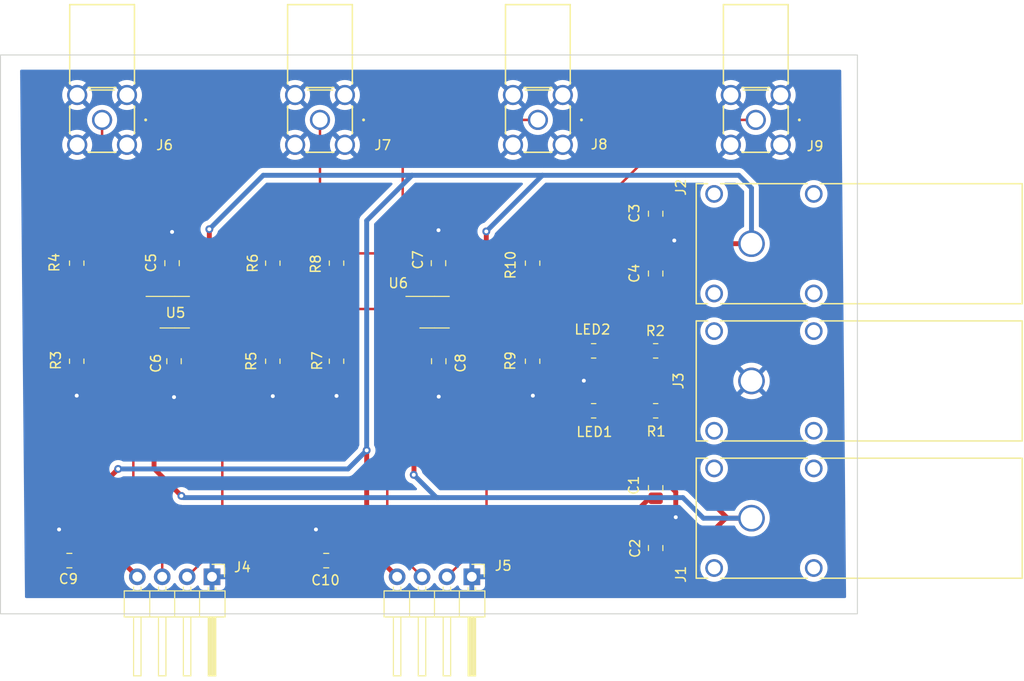
<source format=kicad_pcb>
(kicad_pcb (version 20221018) (generator pcbnew)
  (layers (0 "F.Cu" signal) (31 "B.Cu" signal) (34 "B.Paste" user) (35 "F.Paste" user) (36 "B.SilkS" user "B.Silkscreen") (37 "F.SilkS" user "F.Silkscreen") (38 "B.Mask" user) (39 "F.Mask" user) (44 "Edge.Cuts" user))
  (net 0 "")
  (net 1 "/V-")
  (net 2 "GND")
  (net 3 "/V+")
  (net 4 "1I")
  (net 5 "2I")
  (net 6 "Net-(LED1-K)")
  (net 7 "Net-(LED2-A)")
  (net 8 "Net-(U5A--)")
  (net 9 "SMA1I")
  (net 10 "Net-(U5B--)")
  (net 11 "SMA1Q")
  (net 12 "Net-(U6A--)")
  (net 13 "SMA2I")
  (net 14 "Net-(U6B--)")
  (net 15 "SMA2Q")
  (net 16 "1Q")
  (net 17 "2Q")
  (footprint "Capacitor_SMD:C_0805_2012Metric_Pad1.18x1.45mm_HandSolder" (layer "F.Cu") (at 94.7 81.2375 -90)
    (fp_text reference "C8" (at 0.1875 -2.225 90) (layer "F.SilkS"))
    (fp_text value "0.1uF")
    (pad "1" smd roundrect (at -1.0375 0 270) (size 1.175 1.45) (layers "F.Cu" "F.Paste" "F.Mask") (roundrect_rratio 0.212766) (net 1 "/V-"))
    (pad "2" smd roundrect (at 1.0375 0 270) (size 1.175 1.45) (layers "F.Cu" "F.Paste" "F.Mask") (roundrect_rratio 0.212766) (net 2 "GND"))
  )
  (footprint "0731000115:COAX4GND_731000115_MOL" (layer "F.Cu") (at 60.3625 56.625)
    (fp_text reference "J6" (at 6.375 2.575 unlocked) (layer "F.SilkS"))
    (fp_text value "CONSMA002")
    (pad "1" thru_hole circle (at 0 0) (size 2.0574 2.0574) (drill 1.5494) (layers "*.Cu" "*.Mask") (net 11 "SMA1Q"))
    (pad "2" thru_hole circle (at -2.54 -2.54) (size 2.0574 2.0574) (drill 1.5494) (layers "*.Cu" "*.Mask") (net 2 "GND"))
    (pad "3" thru_hole circle (at -2.54 2.54) (size 2.0574 2.0574) (drill 1.5494) (layers "*.Cu" "*.Mask") (net 2 "GND"))
    (pad "4" thru_hole circle (at 2.54 2.54) (size 2.0574 2.0574) (drill 1.5494) (layers "*.Cu" "*.Mask") (net 2 "GND"))
    (pad "5" thru_hole circle (at 2.54 -2.54) (size 2.0574 2.0574) (drill 1.5494) (layers "*.Cu" "*.Mask") (net 2 "GND"))
  )
  (footprint "Package_SO:MSOP-8_3x3mm_P0.65mm" (layer "F.Cu") (at 67.775 76.2375)
    (fp_text reference "U5" (at 0.075 0.065) (layer "F.SilkS"))
    (fp_text value "ADA4807-2ARM")
    (pad "1" smd roundrect (at -2.1125 -0.975) (size 1.625 0.4) (layers "F.Cu" "F.Paste" "F.Mask") (net 11 "SMA1Q"))
    (pad "2" smd roundrect (at -2.1125 -0.325) (size 1.625 0.4) (layers "F.Cu" "F.Paste" "F.Mask") (net 8 "Net-(U5A--)"))
    (pad "3" smd roundrect (at -2.1125 0.325) (size 1.625 0.4) (layers "F.Cu" "F.Paste" "F.Mask") (net 16 "1Q"))
    (pad "4" smd roundrect (at -2.1125 0.975) (size 1.625 0.4) (layers "F.Cu" "F.Paste" "F.Mask") (net 1 "/V-"))
    (pad "5" smd roundrect (at 2.1125 0.975) (size 1.625 0.4) (layers "F.Cu" "F.Paste" "F.Mask") (net 4 "1I"))
    (pad "6" smd roundrect (at 2.1125 0.325) (size 1.625 0.4) (layers "F.Cu" "F.Paste" "F.Mask") (net 10 "Net-(U5B--)"))
    (pad "7" smd roundrect (at 2.1125 -0.325) (size 1.625 0.4) (layers "F.Cu" "F.Paste" "F.Mask") (net 9 "SMA1I"))
    (pad "8" smd roundrect (at 2.1125 -0.975) (size 1.625 0.4) (layers "F.Cu" "F.Paste" "F.Mask") (net 3 "/V+"))
  )
  (footprint "Capacitor_SMD:C_0805_2012Metric_Pad1.18x1.45mm_HandSolder" (layer "F.Cu") (at 116.825 72.29375 90)
    (fp_text reference "C4" (at 0.01875 -2.175 90) (layer "F.SilkS"))
    (fp_text value "10uF")
    (pad "1" smd roundrect (at -1.0375 0 90) (size 1.175 1.45) (layers "F.Cu" "F.Paste" "F.Mask") (roundrect_rratio 0.212766) (net 3 "/V+"))
    (pad "2" smd roundrect (at 1.0375 0 90) (size 1.175 1.45) (layers "F.Cu" "F.Paste" "F.Mask") (roundrect_rratio 0.212766) (net 2 "GND"))
  )
  (footprint "Capacitor_SMD:C_0805_2012Metric_Pad1.18x1.45mm_HandSolder" (layer "F.Cu") (at 67.7 81.2375 -90)
    (fp_text reference "C6" (at 0.2125 1.85 90) (layer "F.SilkS"))
    (fp_text value "0.1uF")
    (pad "1" smd roundrect (at -1.0375 0 270) (size 1.175 1.45) (layers "F.Cu" "F.Paste" "F.Mask") (roundrect_rratio 0.212766) (net 1 "/V-"))
    (pad "2" smd roundrect (at 1.0375 0 270) (size 1.175 1.45) (layers "F.Cu" "F.Paste" "F.Mask") (roundrect_rratio 0.212766) (net 2 "GND"))
  )
  (footprint "Capacitor_SMD:C_0805_2012Metric_Pad1.18x1.45mm_HandSolder" (layer "F.Cu") (at 94.675 71.2375 90)
    (fp_text reference "C7" (at 0.3375 -2.1 90) (layer "F.SilkS"))
    (fp_text value "0.1uF")
    (pad "1" smd roundrect (at -1.0375 0 90) (size 1.175 1.45) (layers "F.Cu" "F.Paste" "F.Mask") (roundrect_rratio 0.212766) (net 3 "/V+"))
    (pad "2" smd roundrect (at 1.0375 0 90) (size 1.175 1.45) (layers "F.Cu" "F.Paste" "F.Mask") (roundrect_rratio 0.212766) (net 2 "GND"))
  )
  (footprint "Capacitor_SMD:C_0805_2012Metric_Pad1.18x1.45mm_HandSolder" (layer "F.Cu") (at 83.225 101.575 180)
    (fp_text reference "C10" (at 0.075 -2) (layer "F.SilkS"))
    (fp_text value "0.1uF")
    (pad "1" smd roundrect (at -1.0375 0 180) (size 1.175 1.45) (layers "F.Cu" "F.Paste" "F.Mask") (roundrect_rratio 0.212766) (net 3 "/V+"))
    (pad "2" smd roundrect (at 1.0375 0 180) (size 1.175 1.45) (layers "F.Cu" "F.Paste" "F.Mask") (roundrect_rratio 0.212766) (net 2 "GND"))
  )
  (footprint "Package_SO:MSOP-8_3x3mm_P0.65mm" (layer "F.Cu") (at 94.275 76.2375)
    (fp_text reference "U6" (at -3.7 -2.9625) (layer "F.SilkS"))
    (fp_text value "ADA4807-2ARM")
    (pad "1" smd roundrect (at -2.1125 -0.975) (size 1.625 0.4) (layers "F.Cu" "F.Paste" "F.Mask") (net 15 "SMA2Q"))
    (pad "2" smd roundrect (at -2.1125 -0.325) (size 1.625 0.4) (layers "F.Cu" "F.Paste" "F.Mask") (net 12 "Net-(U6A--)"))
    (pad "3" smd roundrect (at -2.1125 0.325) (size 1.625 0.4) (layers "F.Cu" "F.Paste" "F.Mask") (net 17 "2Q"))
    (pad "4" smd roundrect (at -2.1125 0.975) (size 1.625 0.4) (layers "F.Cu" "F.Paste" "F.Mask") (net 1 "/V-"))
    (pad "5" smd roundrect (at 2.1125 0.975) (size 1.625 0.4) (layers "F.Cu" "F.Paste" "F.Mask") (net 5 "2I"))
    (pad "6" smd roundrect (at 2.1125 0.325) (size 1.625 0.4) (layers "F.Cu" "F.Paste" "F.Mask") (net 14 "Net-(U6B--)"))
    (pad "7" smd roundrect (at 2.1125 -0.325) (size 1.625 0.4) (layers "F.Cu" "F.Paste" "F.Mask") (net 13 "SMA2I"))
    (pad "8" smd roundrect (at 2.1125 -0.975) (size 1.625 0.4) (layers "F.Cu" "F.Paste" "F.Mask") (net 3 "/V+"))
  )
  (footprint "Resistor_SMD:R_0805_2012Metric_Pad1.20x1.40mm_HandSolder" (layer "F.Cu") (at 116.825 80.18125 180)
    (fp_text reference "R2" (at 0.025 2.03125) (layer "F.SilkS"))
    (fp_text value "R")
    (pad "1" smd roundrect (at -1 0 180) (size 1.2 1.4) (layers "F.Cu" "F.Paste" "F.Mask") (roundrect_rratio 0.208333) (net 3 "/V+"))
    (pad "2" smd roundrect (at 1 0 180) (size 1.2 1.4) (layers "F.Cu" "F.Paste" "F.Mask") (roundrect_rratio 0.208333) (net 7 "Net-(LED2-A)"))
  )
  (footprint "73099:CONN_73099-0_POM" (layer "F.Cu") (at 126.6 69.25 90)
    (fp_text reference "J2" (at 5.75 -7.2 90 unlocked) (layer "F.SilkS"))
    (fp_text value "73099-0")
    (pad "1" thru_hole circle (at 0 0 90) (size 2.7178 2.7178) (drill 2.2098) (layers "*.Cu" "*.Mask") (net 3 "/V+"))
    (pad "2" thru_hole circle (at -5.08 -3.81 90) (size 1.8034 1.8034) (drill 1.2954) (layers "*.Cu" "*.Mask"))
    (pad "3" thru_hole circle (at 5.08 -3.81 90) (size 1.8034 1.8034) (drill 1.2954) (layers "*.Cu" "*.Mask"))
    (pad "4" thru_hole circle (at -5.08 6.35 90) (size 1.8034 1.8034) (drill 1.2954) (layers "*.Cu" "*.Mask"))
    (pad "5" thru_hole circle (at 5.08 6.35 90) (size 1.8034 1.8034) (drill 1.2954) (layers "*.Cu" "*.Mask"))
  )
  (footprint "Resistor_SMD:R_0805_2012Metric_Pad1.20x1.40mm_HandSolder" (layer "F.Cu") (at 110.5 86.29375 180)
    (fp_text reference "LED1" (at -0.075 -2.15625) (layer "F.SilkS"))
    (fp_text value "D")
    (pad "1" smd roundrect (at -1 0 180) (size 1.2 1.4) (layers "F.Cu" "F.Paste" "F.Mask") (roundrect_rratio 0.208333) (net 6 "Net-(LED1-K)"))
    (pad "2" smd roundrect (at 1 0 180) (size 1.2 1.4) (layers "F.Cu" "F.Paste" "F.Mask") (roundrect_rratio 0.208333) (net 2 "GND"))
  )
  (footprint "Capacitor_SMD:C_0805_2012Metric_Pad1.18x1.45mm_HandSolder" (layer "F.Cu") (at 67.5 71.2375 90)
    (fp_text reference "C5" (at 0.0375 -2.15 90) (layer "F.SilkS"))
    (fp_text value "0.1uF")
    (pad "1" smd roundrect (at -1.0375 0 90) (size 1.175 1.45) (layers "F.Cu" "F.Paste" "F.Mask") (roundrect_rratio 0.212766) (net 3 "/V+"))
    (pad "2" smd roundrect (at 1.0375 0 90) (size 1.175 1.45) (layers "F.Cu" "F.Paste" "F.Mask") (roundrect_rratio 0.212766) (net 2 "GND"))
  )
  (footprint "Capacitor_SMD:C_0805_2012Metric_Pad1.18x1.45mm_HandSolder" (layer "F.Cu") (at 116.825 94.18125 90)
    (fp_text reference "C1" (at 0.28125 -2.225 90) (layer "F.SilkS"))
    (fp_text value "0.1uF")
    (pad "1" smd roundrect (at -1.0375 0 90) (size 1.175 1.45) (layers "F.Cu" "F.Paste" "F.Mask") (roundrect_rratio 0.212766) (net 1 "/V-"))
    (pad "2" smd roundrect (at 1.0375 0 90) (size 1.175 1.45) (layers "F.Cu" "F.Paste" "F.Mask") (roundrect_rratio 0.212766) (net 2 "GND"))
  )
  (footprint "Capacitor_SMD:C_0805_2012Metric_Pad1.18x1.45mm_HandSolder" (layer "F.Cu") (at 116.825 100.29375 90)
    (fp_text reference "C2" (at -0.03125 -2.1 90) (layer "F.SilkS"))
    (fp_text value "10uF")
    (pad "1" smd roundrect (at -1.0375 0 90) (size 1.175 1.45) (layers "F.Cu" "F.Paste" "F.Mask") (roundrect_rratio 0.212766) (net 1 "/V-"))
    (pad "2" smd roundrect (at 1.0375 0 90) (size 1.175 1.45) (layers "F.Cu" "F.Paste" "F.Mask") (roundrect_rratio 0.212766) (net 2 "GND"))
  )
  (footprint "Resistor_SMD:R_0805_2012Metric_Pad1.20x1.40mm_HandSolder" (layer "F.Cu") (at 57.775 81.2375 90)
    (fp_text reference "R3" (at 0.0875 -2.125 90) (layer "F.SilkS"))
    (fp_text value "1k")
    (pad "1" smd roundrect (at -1 0 90) (size 1.2 1.4) (layers "F.Cu" "F.Paste" "F.Mask") (roundrect_rratio 0.208333) (net 2 "GND"))
    (pad "2" smd roundrect (at 1 0 90) (size 1.2 1.4) (layers "F.Cu" "F.Paste" "F.Mask") (roundrect_rratio 0.208333) (net 8 "Net-(U5A--)"))
  )
  (footprint "Resistor_SMD:R_0805_2012Metric_Pad1.20x1.40mm_HandSolder" (layer "F.Cu") (at 110.5 80.18125)
    (fp_text reference "LED2" (at -0.125 -2.18125) (layer "F.SilkS"))
    (fp_text value "D")
    (pad "1" smd roundrect (at -1 0) (size 1.2 1.4) (layers "F.Cu" "F.Paste" "F.Mask") (roundrect_rratio 0.208333) (net 2 "GND"))
    (pad "2" smd roundrect (at 1 0) (size 1.2 1.4) (layers "F.Cu" "F.Paste" "F.Mask") (roundrect_rratio 0.208333) (net 7 "Net-(LED2-A)"))
  )
  (footprint "Resistor_SMD:R_0805_2012Metric_Pad1.20x1.40mm_HandSolder" (layer "F.Cu") (at 104.275 81.2375 90)
    (fp_text reference "R9" (at 0.0375 -2.275 90) (layer "F.SilkS"))
    (fp_text value "1k")
    (pad "1" smd roundrect (at -1 0 90) (size 1.2 1.4) (layers "F.Cu" "F.Paste" "F.Mask") (roundrect_rratio 0.208333) (net 2 "GND"))
    (pad "2" smd roundrect (at 1 0 90) (size 1.2 1.4) (layers "F.Cu" "F.Paste" "F.Mask") (roundrect_rratio 0.208333) (net 14 "Net-(U6B--)"))
  )
  (footprint "Resistor_SMD:R_0805_2012Metric_Pad1.20x1.40mm_HandSolder" (layer "F.Cu") (at 84.275 71.2375 90)
    (fp_text reference "R8" (at -0.0875 -2.125 90) (layer "F.SilkS"))
    (fp_text value "10k")
    (pad "1" smd roundrect (at -1 0 90) (size 1.2 1.4) (layers "F.Cu" "F.Paste" "F.Mask") (roundrect_rratio 0.208333) (net 12 "Net-(U6A--)"))
    (pad "2" smd roundrect (at 1 0 90) (size 1.2 1.4) (layers "F.Cu" "F.Paste" "F.Mask") (roundrect_rratio 0.208333) (net 15 "SMA2Q"))
  )
  (footprint "Resistor_SMD:R_0805_2012Metric_Pad1.20x1.40mm_HandSolder" (layer "F.Cu") (at 104.275 71.2375 90)
    (fp_text reference "R10" (at -0.1875 -2.25 270) (layer "F.SilkS"))
    (fp_text value "10k")
    (pad "1" smd roundrect (at -1 0 90) (size 1.2 1.4) (layers "F.Cu" "F.Paste" "F.Mask") (roundrect_rratio 0.208333) (net 14 "Net-(U6B--)"))
    (pad "2" smd roundrect (at 1 0 90) (size 1.2 1.4) (layers "F.Cu" "F.Paste" "F.Mask") (roundrect_rratio 0.208333) (net 13 "SMA2I"))
  )
  (footprint "Resistor_SMD:R_0805_2012Metric_Pad1.20x1.40mm_HandSolder" (layer "F.Cu") (at 77.775 81.2375 90)
    (fp_text reference "R5" (at 0 -2.2 90) (layer "F.SilkS"))
    (fp_text value "1k")
    (pad "1" smd roundrect (at -1 0 90) (size 1.2 1.4) (layers "F.Cu" "F.Paste" "F.Mask") (roundrect_rratio 0.208333) (net 2 "GND"))
    (pad "2" smd roundrect (at 1 0 90) (size 1.2 1.4) (layers "F.Cu" "F.Paste" "F.Mask") (roundrect_rratio 0.208333) (net 10 "Net-(U5B--)"))
  )
  (footprint "0731000115:COAX4GND_731000115_MOL" (layer "F.Cu") (at 127.0375 56.625)
    (fp_text reference "J9" (at 6.05 2.675 unlocked) (layer "F.SilkS"))
    (fp_text value "CONSMA002")
    (pad "1" thru_hole circle (at 0 0) (size 2.0574 2.0574) (drill 1.5494) (layers "*.Cu" "*.Mask") (net 13 "SMA2I"))
    (pad "2" thru_hole circle (at -2.54 -2.54) (size 2.0574 2.0574) (drill 1.5494) (layers "*.Cu" "*.Mask") (net 2 "GND"))
    (pad "3" thru_hole circle (at -2.54 2.54) (size 2.0574 2.0574) (drill 1.5494) (layers "*.Cu" "*.Mask") (net 2 "GND"))
    (pad "4" thru_hole circle (at 2.54 2.54) (size 2.0574 2.0574) (drill 1.5494) (layers "*.Cu" "*.Mask") (net 2 "GND"))
    (pad "5" thru_hole circle (at 2.54 -2.54) (size 2.0574 2.0574) (drill 1.5494) (layers "*.Cu" "*.Mask") (net 2 "GND"))
  )
  (footprint "Resistor_SMD:R_0805_2012Metric_Pad1.20x1.40mm_HandSolder" (layer "F.Cu") (at 84.275 81.2375 90)
    (fp_text reference "R7" (at 0.0375 -1.975 90) (layer "F.SilkS"))
    (fp_text value "1k")
    (pad "1" smd roundrect (at -1 0 90) (size 1.2 1.4) (layers "F.Cu" "F.Paste" "F.Mask") (roundrect_rratio 0.208333) (net 2 "GND"))
    (pad "2" smd roundrect (at 1 0 90) (size 1.2 1.4) (layers "F.Cu" "F.Paste" "F.Mask") (roundrect_rratio 0.208333) (net 12 "Net-(U6A--)"))
  )
  (footprint "Capacitor_SMD:C_0805_2012Metric_Pad1.18x1.45mm_HandSolder" (layer "F.Cu") (at 116.825 66.19375 90)
    (fp_text reference "C3" (at 0.04375 -2.175 90) (layer "F.SilkS"))
    (fp_text value "0.1uF")
    (pad "1" smd roundrect (at -1.0375 0 90) (size 1.175 1.45) (layers "F.Cu" "F.Paste" "F.Mask") (roundrect_rratio 0.212766) (net 3 "/V+"))
    (pad "2" smd roundrect (at 1.0375 0 90) (size 1.175 1.45) (layers "F.Cu" "F.Paste" "F.Mask") (roundrect_rratio 0.212766) (net 2 "GND"))
  )
  (footprint "Connector_PinHeader_2.54mm:PinHeader_1x04_P2.54mm_Horizontal" (layer "F.Cu") (at 71.575 103.225 -90)
    (fp_text reference "J4" (at -0.975 -3.1 -180) (layer "F.SilkS"))
    (fp_text value "Conn_01x04_Pin")
    (pad "1" thru_hole rect (at 0 0 270) (size 1.7 1.7) (drill 1) (layers "*.Cu" "*.Mask") (net 2 "GND"))
    (pad "2" thru_hole oval (at 0 2.54 270) (size 1.7 1.7) (drill 1) (layers "*.Cu" "*.Mask") (net 4 "1I"))
    (pad "3" thru_hole oval (at 0 5.08 270) (size 1.7 1.7) (drill 1) (layers "*.Cu" "*.Mask") (net 16 "1Q"))
    (pad "4" thru_hole oval (at 0 7.62 270) (size 1.7 1.7) (drill 1) (layers "*.Cu" "*.Mask") (net 3 "/V+"))
  )
  (footprint "Resistor_SMD:R_0805_2012Metric_Pad1.20x1.40mm_HandSolder" (layer "F.Cu") (at 57.775 71.2375 90)
    (fp_text reference "R4" (at 0.0625 -2.275 90) (layer "F.SilkS"))
    (fp_text value "10k")
    (pad "1" smd roundrect (at -1 0 90) (size 1.2 1.4) (layers "F.Cu" "F.Paste" "F.Mask") (roundrect_rratio 0.208333) (net 8 "Net-(U5A--)"))
    (pad "2" smd roundrect (at 1 0 90) (size 1.2 1.4) (layers "F.Cu" "F.Paste" "F.Mask") (roundrect_rratio 0.208333) (net 11 "SMA1Q"))
  )
  (footprint "73099:CONN_73099-0_POM" (layer "F.Cu") (at 126.6 83.25 90)
    (fp_text reference "J3" (at 0 -7.45 90 unlocked) (layer "F.SilkS"))
    (fp_text value "73099-0")
    (pad "1" thru_hole circle (at 0 0 90) (size 2.7178 2.7178) (drill 2.2098) (layers "*.Cu" "*.Mask") (net 2 "GND"))
    (pad "2" thru_hole circle (at -5.08 -3.81 90) (size 1.8034 1.8034) (drill 1.2954) (layers "*.Cu" "*.Mask"))
    (pad "3" thru_hole circle (at 5.08 -3.81 90) (size 1.8034 1.8034) (drill 1.2954) (layers "*.Cu" "*.Mask"))
    (pad "4" thru_hole circle (at -5.08 6.35 90) (size 1.8034 1.8034) (drill 1.2954) (layers "*.Cu" "*.Mask"))
    (pad "5" thru_hole circle (at 5.08 6.35 90) (size 1.8034 1.8034) (drill 1.2954) (layers "*.Cu" "*.Mask"))
  )
  (footprint "73099:CONN_73099-0_POM" (layer "F.Cu") (at 126.6 97.25 90)
    (fp_text reference "J1" (at -5.725 -7.2 90 unlocked) (layer "F.SilkS"))
    (fp_text value "73099-0")
    (pad "1" thru_hole circle (at 0 0 90) (size 2.7178 2.7178) (drill 2.2098) (layers "*.Cu" "*.Mask") (net 1 "/V-"))
    (pad "2" thru_hole circle (at -5.08 -3.81 90) (size 1.8034 1.8034) (drill 1.2954) (layers "*.Cu" "*.Mask"))
    (pad "3" thru_hole circle (at 5.08 -3.81 90) (size 1.8034 1.8034) (drill 1.2954) (layers "*.Cu" "*.Mask"))
    (pad "4" thru_hole circle (at -5.08 6.35 90) (size 1.8034 1.8034) (drill 1.2954) (layers "*.Cu" "*.Mask"))
    (pad "5" thru_hole circle (at 5.08 6.35 90) (size 1.8034 1.8034) (drill 1.2954) (layers "*.Cu" "*.Mask"))
  )
  (footprint "0731000115:COAX4GND_731000115_MOL" (layer "F.Cu") (at 104.8125 56.625)
    (fp_text reference "J8" (at 6.25 2.5 unlocked) (layer "F.SilkS"))
    (fp_text value "CONSMA002")
    (pad "1" thru_hole circle (at 0 0) (size 2.0574 2.0574) (drill 1.5494) (layers "*.Cu" "*.Mask") (net 15 "SMA2Q"))
    (pad "2" thru_hole circle (at -2.54 -2.54) (size 2.0574 2.0574) (drill 1.5494) (layers "*.Cu" "*.Mask") (net 2 "GND"))
    (pad "3" thru_hole circle (at -2.54 2.54) (size 2.0574 2.0574) (drill 1.5494) (layers "*.Cu" "*.Mask") (net 2 "GND"))
    (pad "4" thru_hole circle (at 2.54 2.54) (size 2.0574 2.0574) (drill 1.5494) (layers "*.Cu" "*.Mask") (net 2 "GND"))
    (pad "5" thru_hole circle (at 2.54 -2.54) (size 2.0574 2.0574) (drill 1.5494) (layers "*.Cu" "*.Mask") (net 2 "GND"))
  )
  (footprint "Resistor_SMD:R_0805_2012Metric_Pad1.20x1.40mm_HandSolder" (layer "F.Cu") (at 77.775 71.2375 90)
    (fp_text reference "R6" (at 0 -2.05 90) (layer "F.SilkS"))
    (fp_text value "10k")
    (pad "1" smd roundrect (at -1 0 90) (size 1.2 1.4) (layers "F.Cu" "F.Paste" "F.Mask") (roundrect_rratio 0.208333) (net 10 "Net-(U5B--)"))
    (pad "2" smd roundrect (at 1 0 90) (size 1.2 1.4) (layers "F.Cu" "F.Paste" "F.Mask") (roundrect_rratio 0.208333) (net 9 "SMA1I"))
  )
  (footprint "Connector_PinHeader_2.54mm:PinHeader_1x04_P2.54mm_Horizontal" (layer "F.Cu") (at 98.075 103.225 -90)
    (fp_text reference "J5" (at -1.125 -3.2 -180) (layer "F.SilkS"))
    (fp_text value "Conn_01x04_Pin")
    (pad "1" thru_hole rect (at 0 0 270) (size 1.7 1.7) (drill 1) (layers "*.Cu" "*.Mask") (net 2 "GND"))
    (pad "2" thru_hole oval (at 0 2.54 270) (size 1.7 1.7) (drill 1) (layers "*.Cu" "*.Mask") (net 5 "2I"))
    (pad "3" thru_hole oval (at 0 5.08 270) (size 1.7 1.7) (drill 1) (layers "*.Cu" "*.Mask") (net 17 "2Q"))
    (pad "4" thru_hole oval (at 0 7.62 270) (size 1.7 1.7) (drill 1) (layers "*.Cu" "*.Mask") (net 3 "/V+"))
  )
  (footprint "0731000115:COAX4GND_731000115_MOL" (layer "F.Cu") (at 82.5875 56.625)
    (fp_text reference "J7" (at 6.4 2.575 unlocked) (layer "F.SilkS"))
    (fp_text value "CONSMA002")
    (pad "1" thru_hole circle (at 0 0) (size 2.0574 2.0574) (drill 1.5494) (layers "*.Cu" "*.Mask") (net 9 "SMA1I"))
    (pad "2" thru_hole circle (at -2.54 -2.54) (size 2.0574 2.0574) (drill 1.5494) (layers "*.Cu" "*.Mask") (net 2 "GND"))
    (pad "3" thru_hole circle (at -2.54 2.54) (size 2.0574 2.0574) (drill 1.5494) (layers "*.Cu" "*.Mask") (net 2 "GND"))
    (pad "4" thru_hole circle (at 2.54 2.54) (size 2.0574 2.0574) (drill 1.5494) (layers "*.Cu" "*.Mask") (net 2 "GND"))
    (pad "5" thru_hole circle (at 2.54 -2.54) (size 2.0574 2.0574) (drill 1.5494) (layers "*.Cu" "*.Mask") (net 2 "GND"))
  )
  (footprint "Capacitor_SMD:C_0805_2012Metric_Pad1.18x1.45mm_HandSolder" (layer "F.Cu") (at 57.025 101.575 180)
    (fp_text reference "C9" (at 0.1 -1.875) (layer "F.SilkS"))
    (fp_text value "0.1uF")
    (pad "1" smd roundrect (at -1.0375 0 180) (size 1.175 1.45) (layers "F.Cu" "F.Paste" "F.Mask") (roundrect_rratio 0.212766) (net 3 "/V+"))
    (pad "2" smd roundrect (at 1.0375 0 180) (size 1.175 1.45) (layers "F.Cu" "F.Paste" "F.Mask") (roundrect_rratio 0.212766) (net 2 "GND"))
  )
  (footprint "Resistor_SMD:R_0805_2012Metric_Pad1.20x1.40mm_HandSolder" (layer "F.Cu") (at 116.825 86.29375)
    (fp_text reference "R1" (at 0.05 2.10625) (layer "F.SilkS"))
    (fp_text value "R")
    (pad "1" smd roundrect (at -1 0) (size 1.2 1.4) (layers "F.Cu" "F.Paste" "F.Mask") (roundrect_rratio 0.208333) (net 6 "Net-(LED1-K)"))
    (pad "2" smd roundrect (at 1 0) (size 1.2 1.4) (layers "F.Cu" "F.Paste" "F.Mask") (roundrect_rratio 0.208333) (net 1 "/V-"))
  )
  (gr_rect (start 50 50) (end 137.4 107) (stroke (width 0.1)) (fill none) (layer "Edge.Cuts"))
  (segment (start 116.825 101.33125) (end 116.00625 101.33125) (width 0.5) (layer "F.Cu") (net 1))
  (segment (start 66.7625 77.2125) (end 65.6625 77.2125) (width 0.5) (layer "F.Cu") (net 1))
  (segment (start 92.15 92.825) (end 92.1625 92.8125) (width 0.2) (layer "F.Cu") (net 1))
  (segment (start 126.6 97.25) (end 124.15 97.25) (width 0.2) (layer "F.Cu") (net 1))
  (segment (start 93.8375 77.2125) (end 92.1625 77.2125) (width 0.5) (layer "F.Cu") (net 1))
  (segment (start 67.7 80.2) (end 67.7 78.15) (width 0.5) (layer "F.Cu") (net 1))
  (segment (start 114.75 96.65) (end 116.18125 95.21875) (width 0.5) (layer "F.Cu") (net 1))
  (segment (start 116.18125 95.21875) (end 116.825 95.21875) (width 0.2) (layer "F.Cu") (net 1))
  (segment (start 65.6625 92.1875) (end 65.6625 77.2125) (width 0.5) (layer "F.Cu") (net 1))
  (segment (start 118.59375 86.29375) (end 117.825 86.29375) (width 0.5) (layer "F.Cu") (net 1))
  (segment (start 92.1625 92.8125) (end 92.175 92.8) (width 0.5) (layer "F.Cu") (net 1))
  (segment (start 94.7 78.075) (end 93.8375 77.2125) (width 0.5) (layer "F.Cu") (net 1))
  (segment (start 92.175 92.8) (end 92.175 77.225) (width 0.5) (layer "F.Cu") (net 1))
  (segment (start 94.7 80.2) (end 94.7 78.075) (width 0.5) (layer "F.Cu") (net 1))
  (segment (start 124.15 97.25) (end 119.45 92.55) (width 0.5) (layer "F.Cu") (net 1))
  (segment (start 123.975 97.25) (end 126.6 97.25) (width 0.5) (layer "F.Cu") (net 1))
  (segment (start 68.45 94.975) (end 65.6625 92.1875) (width 0.5) (layer "F.Cu") (net 1))
  (segment (start 119.45 92.55) (end 119.45 87.15) (width 0.5) (layer "F.Cu") (net 1))
  (segment (start 116.825 101.33125) (end 119.89375 101.33125) (width 0.5) (layer "F.Cu") (net 1))
  (segment (start 119.45 87.15) (end 118.59375 86.29375) (width 0.5) (layer "F.Cu") (net 1))
  (segment (start 114.75 100.075) (end 114.75 96.65) (width 0.5) (layer "F.Cu") (net 1))
  (segment (start 92.175 77.225) (end 92.1625 77.2125) (width 0.5) (layer "F.Cu") (net 1))
  (segment (start 67.7 78.15) (end 66.7625 77.2125) (width 0.5) (layer "F.Cu") (net 1))
  (segment (start 119.89375 101.33125) (end 123.975 97.25) (width 0.5) (layer "F.Cu") (net 1))
  (segment (start 116.00625 101.33125) (end 114.75 100.075) (width 0.5) (layer "F.Cu") (net 1))
  (via (at 68.45 94.975) (size 0.8) (drill 0.4) (layers "F.Cu" "B.Cu") (net 1))
  (via (at 92.15 92.825) (size 0.8) (drill 0.4) (layers "F.Cu" "B.Cu") (net 1))
  (segment (start 94.65 95.15) (end 94.475 95.15) (width 0.2) (layer "B.Cu") (net 1))
  (segment (start 68.45 94.975) (end 68.625 95.15) (width 0.2) (layer "B.Cu") (net 1))
  (segment (start 121.7 97.25) (end 119.6 95.15) (width 0.5) (layer "B.Cu") (net 1))
  (segment (start 94.475 95.15) (end 92.15 92.825) (width 0.5) (layer "B.Cu") (net 1))
  (segment (start 68.625 95.15) (end 94.65 95.15) (width 0.5) (layer "B.Cu") (net 1))
  (segment (start 126.6 97.25) (end 121.7 97.25) (width 0.5) (layer "B.Cu") (net 1))
  (segment (start 119.6 95.15) (end 94.65 95.15) (width 0.5) (layer "B.Cu") (net 1))
  (segment (start 116.825 93.14375) (end 117.44375 93.14375) (width 0.25) (layer "F.Cu") (net 2))
  (segment (start 84.275 82.2375) (end 84.275 84.775) (width 0.5) (layer "F.Cu") (net 2))
  (segment (start 118.725 66.425) (end 117.45625 65.15625) (width 0.5) (layer "F.Cu") (net 2))
  (segment (start 104.275 84.725) (end 104.3 84.75) (width 0.25) (layer "F.Cu") (net 2))
  (segment (start 117.44375 93.14375) (end 118.875 94.575) (width 0.5) (layer "F.Cu") (net 2))
  (segment (start 67.7 82.275) (end 67.7 84.9) (width 0.5) (layer "F.Cu") (net 2))
  (segment (start 118.875 97.9) (end 118.875 97.15) (width 0.5) (layer "F.Cu") (net 2))
  (segment (start 118.725 68.925) (end 118.725 70.1) (width 0.5) (layer "F.Cu") (net 2))
  (segment (start 82.1875 101.575) (end 82.1875 98.4125) (width 0.5) (layer "F.Cu") (net 2))
  (segment (start 55.9875 101.575) (end 55.9875 98.4125) (width 0.5) (layer "F.Cu") (net 2))
  (segment (start 117.56875 71.25625) (end 116.825 71.25625) (width 0.5) (layer "F.Cu") (net 2))
  (segment (start 118.725 70.1) (end 117.56875 71.25625) (width 0.5) (layer "F.Cu") (net 2))
  (segment (start 82.1875 98.4125) (end 82.175 98.4) (width 0.25) (layer "F.Cu") (net 2))
  (segment (start 57.775 84.75) (end 57.775 82.2375) (width 0.5) (layer "F.Cu") (net 2))
  (segment (start 109.5 86.29375) (end 109.5 83.225) (width 0.5) (layer "F.Cu") (net 2))
  (segment (start 118.725 68.925) (end 118.725 66.425) (width 0.5) (layer "F.Cu") (net 2))
  (segment (start 109.5 80.18125) (end 109.5 83.225) (width 0.5) (layer "F.Cu") (net 2))
  (segment (start 94.7 82.275) (end 94.7 84.85) (width 0.5) (layer "F.Cu") (net 2))
  (segment (start 77.775 82.2375) (end 77.775 84.8) (width 0.5) (layer "F.Cu") (net 2))
  (segment (start 94.675 70.2) (end 94.675 67.875) (width 0.5) (layer "F.Cu") (net 2))
  (segment (start 118.875 94.575) (end 118.875 97.15) (width 0.5) (layer "F.Cu") (net 2))
  (segment (start 116.825 99.25625) (end 117.51875 99.25625) (width 0.25) (layer "F.Cu") (net 2))
  (segment (start 55.9875 98.4125) (end 55.975 98.4) (width 0.5) (layer "F.Cu") (net 2))
  (segment (start 67.5 70.2) (end 67.5 68.05) (width 0.5) (layer "F.Cu") (net 2))
  (segment (start 104.275 82.2375) (end 104.275 84.725) (width 0.5) (layer "F.Cu") (net 2))
  (segment (start 117.45625 65.15625) (end 116.825 65.15625) (width 0.5) (layer "F.Cu") (net 2))
  (segment (start 117.51875 99.25625) (end 118.875 97.9) (width 0.5) (layer "F.Cu") (net 2))
  (via (at 82.175 98.4) (size 0.8) (drill 0.4) (layers "F.Cu" "B.Cu") (net 2))
  (via (at 94.7 84.85) (size 0.8) (drill 0.4) (layers "F.Cu" "B.Cu") (net 2))
  (via (at 94.675 67.875) (size 0.8) (drill 0.4) (layers "F.Cu" "B.Cu") (net 2))
  (via (at 109.5 83.225) (size 0.8) (drill 0.4) (layers "F.Cu" "B.Cu") (net 2))
  (via (at 67.5 68.05) (size 0.8) (drill 0.4) (layers "F.Cu" "B.Cu") (net 2))
  (via (at 55.975 98.4) (size 0.8) (drill 0.4) (layers "F.Cu" "B.Cu") (net 2))
  (via (at 84.275 84.775) (size 0.8) (drill 0.4) (layers "F.Cu" "B.Cu") (net 2))
  (via (at 118.875 97.15) (size 0.8) (drill 0.4) (layers "F.Cu" "B.Cu") (net 2))
  (via (at 104.3 84.75) (size 0.8) (drill 0.4) (layers "F.Cu" "B.Cu") (net 2))
  (via (at 118.725 68.925) (size 0.8) (drill 0.4) (layers "F.Cu" "B.Cu") (net 2))
  (via (at 77.775 84.8) (size 0.8) (drill 0.4) (layers "F.Cu" "B.Cu") (net 2))
  (via (at 57.775 84.75) (size 0.8) (drill 0.4) (layers "F.Cu" "B.Cu") (net 2))
  (via (at 67.7 84.9) (size 0.8) (drill 0.4) (layers "F.Cu" "B.Cu") (net 2))
  (segment (start 116.26875 67.23125) (end 116.825 67.23125) (width 0.5) (layer "F.Cu") (net 3))
  (segment (start 84.2625 101.575) (end 85.895 101.575) (width 0.5) (layer "F.Cu") (net 3))
  (segment (start 62 92.225) (end 60.95 93.275) (width 0.5) (layer "F.Cu") (net 3))
  (segment (start 114.975 71.925) (end 114.975 68.525) (width 0.5) (layer "F.Cu") (net 3))
  (segment (start 126.6 69.25) (end 123.9625 69.25) (width 0.5) (layer "F.Cu") (net 3))
  (segment (start 114.975 68.525) (end 116.26875 67.23125) (width 0.5) (layer "F.Cu") (net 3))
  (segment (start 95.4125 75.2625) (end 96.3875 75.2625) (width 0.5) (layer "F.Cu") (net 3))
  (segment (start 116.825 73.33125) (end 116.38125 73.33125) (width 0.5) (layer "F.Cu") (net 3))
  (segment (start 99.55 68) (end 99.55 72.1) (width 0.5) (layer "F.Cu") (net 3))
  (segment (start 59.575 101.575) (end 60.95 100.2) (width 0.5) (layer "F.Cu") (net 3))
  (segment (start 119.88125 73.33125) (end 116.825 73.33125) (width 0.5) (layer "F.Cu") (net 3))
  (segment (start 63.955 103.205) (end 63.955 103.225) (width 0.2) (layer "F.Cu") (net 3))
  (segment (start 119.88125 73.33125) (end 119.88125 79.11875) (width 0.5) (layer "F.Cu") (net 3))
  (segment (start 85.895 101.575) (end 87.35 100.12) (width 0.5) (layer "F.Cu") (net 3))
  (segment (start 123.9625 69.25) (end 119.88125 73.33125) (width 0.5) (layer "F.Cu") (net 3))
  (segment (start 58.0625 101.575) (end 59.575 101.575) (width 0.5) (layer "F.Cu") (net 3))
  (segment (start 71.3 73.85) (end 69.8875 75.2625) (width 0.5) (layer "F.Cu") (net 3))
  (segment (start 68.4 75.225) (end 67.5 74.325) (width 0.5) (layer "F.Cu") (net 3))
  (segment (start 87.35 90.325) (end 87.35 100.12) (width 0.5) (layer "F.Cu") (net 3))
  (segment (start 69.8875 75.2625) (end 69.85 75.225) (width 0.5) (layer "F.Cu") (net 3))
  (segment (start 60.95 100.2) (end 63.955 103.205) (width 0.5) (layer "F.Cu") (net 3))
  (segment (start 119.88125 79.11875) (end 118.81875 80.18125) (width 0.5) (layer "F.Cu") (net 3))
  (segment (start 118.81875 80.18125) (end 117.825 80.18125) (width 0.5) (layer "F.Cu") (net 3))
  (segment (start 87.35 100.12) (end 90.455 103.225) (width 0.5) (layer "F.Cu") (net 3))
  (segment (start 69.85 75.225) (end 68.4 75.225) (width 0.5) (layer "F.Cu") (net 3))
  (segment (start 94.675 74.525) (end 95.4125 75.2625) (width 0.5) (layer "F.Cu") (net 3))
  (segment (start 116.38125 73.33125) (end 114.975 71.925) (width 0.5) (layer "F.Cu") (net 3))
  (segment (start 67.5 74.325) (end 67.5 72.275) (width 0.5) (layer "F.Cu") (net 3))
  (segment (start 71.3 67.775) (end 71.3 73.85) (width 0.5) (layer "F.Cu") (net 3))
  (segment (start 94.675 72.275) (end 94.675 74.525) (width 0.5) (layer "F.Cu") (net 3))
  (segment (start 60.95 93.275) (end 60.95 98.575) (width 0.5) (layer "F.Cu") (net 3))
  (segment (start 60.95 98.575) (end 60.95 100.2) (width 0.5) (layer "F.Cu") (net 3))
  (segment (start 99.55 72.1) (end 96.3875 75.2625) (width 0.5) (layer "F.Cu") (net 3))
  (via (at 62 92.225) (size 0.8) (drill 0.4) (layers "F.Cu" "B.Cu") (net 3))
  (via (at 87.35 90.325) (size 0.8) (drill 0.4) (layers "F.Cu" "B.Cu") (net 3))
  (via (at 71.3 67.775) (size 0.8) (drill 0.4) (layers "F.Cu" "B.Cu") (net 3))
  (via (at 99.55 68) (size 0.8) (drill 0.4) (layers "F.Cu" "B.Cu") (net 3))
  (segment (start 87.35 90.325) (end 87.35 66.9) (width 0.5) (layer "B.Cu") (net 3))
  (segment (start 76.8 62.275) (end 71.3 67.775) (width 0.5) (layer "B.Cu") (net 3))
  (segment (start 91.975 62.275) (end 76.8 62.275) (width 0.5) (layer "B.Cu") (net 3))
  (segment (start 105.275 62.275) (end 91.975 62.275) (width 0.5) (layer "B.Cu") (net 3))
  (segment (start 71.15 67.925) (end 71.3 67.775) (width 0.2) (layer "B.Cu") (net 3))
  (segment (start 126.425 63.4) (end 125.3 62.275) (width 0.5) (layer "B.Cu") (net 3))
  (segment (start 125.3 62.275) (end 105.275 62.275) (width 0.5) (layer "B.Cu") (net 3))
  (segment (start 105.275 62.275) (end 99.55 68) (width 0.5) (layer "B.Cu") (net 3))
  (segment (start 126.6 69.25) (end 126.6 63.575) (width 0.5) (layer "B.Cu") (net 3))
  (segment (start 85.45 92.225) (end 87.35 90.325) (width 0.5) (layer "B.Cu") (net 3))
  (segment (start 87.35 66.9) (end 91.975 62.275) (width 0.5) (layer "B.Cu") (net 3))
  (segment (start 126.6 63.575) (end 126.425 63.4) (width 0.5) (layer "B.Cu") (net 3))
  (segment (start 62 92.225) (end 85.45 92.225) (width 0.5) (layer "B.Cu") (net 3))
  (segment (start 72.625 79.15) (end 70.6875 77.2125) (width 0.25) (layer "F.Cu") (net 4))
  (segment (start 70.6875 77.2125) (end 69.8875 77.2125) (width 0.25) (layer "F.Cu") (net 4))
  (segment (start 69.035 103.225) (end 72.625 99.635) (width 0.25) (layer "F.Cu") (net 4))
  (segment (start 72.625 99.635) (end 72.625 79.15) (width 0.25) (layer "F.Cu") (net 4))
  (segment (start 95.535 103.225) (end 99.575 99.185) (width 0.25) (layer "F.Cu") (net 5))
  (segment (start 99.575 80.4) (end 96.3875 77.2125) (width 0.25) (layer "F.Cu") (net 5))
  (segment (start 99.575 99.185) (end 99.575 80.4) (width 0.25) (layer "F.Cu") (net 5))
  (segment (start 115.825 86.29375) (end 111.5 86.29375) (width 0.25) (layer "F.Cu") (net 6))
  (segment (start 115.825 80.18125) (end 111.5 80.18125) (width 0.25) (layer "F.Cu") (net 7))
  (segment (start 59.1125 75.9125) (end 57.775 77.25) (width 0.25) (layer "F.Cu") (net 8))
  (segment (start 57.775 80.2375) (end 57.775 77.25) (width 0.25) (layer "F.Cu") (net 8))
  (segment (start 65.6625 75.9125) (end 59.1125 75.9125) (width 0.25) (layer "F.Cu") (net 8))
  (segment (start 57.775 77.25) (end 57.775 72.2375) (width 0.25) (layer "F.Cu") (net 8))
  (segment (start 69.8875 75.9125) (end 71.5625 75.9125) (width 0.25) (layer "F.Cu") (net 9))
  (segment (start 71.5625 75.9125) (end 77.2375 70.2375) (width 0.25) (layer "F.Cu") (net 9))
  (segment (start 77.2375 70.2375) (end 77.775 70.2375) (width 0.25) (layer "F.Cu") (net 9))
  (segment (start 77.775 70.2375) (end 77.775 69.5) (width 0.25) (layer "F.Cu") (net 9))
  (segment (start 77.775 70.2375) (end 77.9125 70.2375) (width 0.25) (layer "F.Cu") (net 9))
  (segment (start 82.5875 64.6875) (end 82.5875 56.625) (width 0.25) (layer "F.Cu") (net 9))
  (segment (start 77.775 69.5) (end 82.5875 64.6875) (width 0.25) (layer "F.Cu") (net 9))
  (segment (start 77.775 77.625) (end 77.775 80.2375) (width 0.25) (layer "F.Cu") (net 10))
  (segment (start 69.8875 76.5625) (end 76.7125 76.5625) (width 0.25) (layer "F.Cu") (net 10))
  (segment (start 77.775 72.2375) (end 77.775 77.625) (width 0.25) (layer "F.Cu") (net 10))
  (segment (start 76.7125 76.5625) (end 77.775 77.625) (width 0.25) (layer "F.Cu") (net 10))
  (segment (start 57.775 70.2375) (end 57.775 64) (width 0.25) (layer "F.Cu") (net 11))
  (segment (start 57.775 70.2375) (end 57.55 70.0125) (width 0.25) (layer "F.Cu") (net 11))
  (segment (start 60.3625 61.3875) (end 60.3625 56.625) (width 0.25) (layer "F.Cu") (net 11))
  (segment (start 57.775 64) (end 60.375 61.4) (width 0.25) (layer "F.Cu") (net 11))
  (segment (start 60.375 61.4) (end 60.3625 61.3875) (width 0.25) (layer "F.Cu") (net 11))
  (segment (start 65.6625 72.0375) (end 65.6625 75.2625) (width 0.25) (layer "F.Cu") (net 11))
  (segment (start 57.775 70.2375) (end 63.8625 70.2375) (width 0.25) (layer "F.Cu") (net 11))
  (segment (start 63.8625 70.2375) (end 65.6625 72.0375) (width 0.25) (layer "F.Cu") (net 11))
  (segment (start 85.3375 75.9125) (end 84.275 76.975) (width 0.25) (layer "F.Cu") (net 12))
  (segment (start 84.275 76.975) (end 84.275 72.2375) (width 0.25) (layer "F.Cu") (net 12))
  (segment (start 84.275 80.2375) (end 84.275 76.975) (width 0.25) (layer "F.Cu") (net 12))
  (segment (start 92.1625 75.9125) (end 85.3375 75.9125) (width 0.25) (layer "F.Cu") (net 12))
  (segment (start 96.3875 75.9125) (end 98.6 75.9125) (width 0.25) (layer "F.Cu") (net 13))
  (segment (start 98.6 75.9125) (end 104.275 70.2375) (width 0.25) (layer "F.Cu") (net 13))
  (segment (start 104.275 70.2375) (end 106.1875 70.2375) (width 0.25) (layer "F.Cu") (net 13))
  (segment (start 106.1875 70.2375) (end 119.8 56.625) (width 0.25) (layer "F.Cu") (net 13))
  (segment (start 119.8 56.625) (end 127.0375 56.625) (width 0.25) (layer "F.Cu") (net 13))
  (segment (start 104.275 72.2375) (end 104.275 77.975) (width 0.25) (layer "F.Cu") (net 14))
  (segment (start 104.275 77.975) (end 104.275 80.2375) (width 0.25) (layer "F.Cu") (net 14))
  (segment (start 102.8625 76.5625) (end 104.275 77.975) (width 0.25) (layer "F.Cu") (net 14))
  (segment (start 96.3875 76.5625) (end 102.8625 76.5625) (width 0.25) (layer "F.Cu") (net 14))
  (segment (start 91.5625 71.5625) (end 91.0125 71.0125) (width 0.25) (layer "F.Cu") (net 15))
  (segment (start 91.0125 71.0125) (end 91.025 71) (width 0.25) (layer "F.Cu") (net 15))
  (segment (start 91.025 71) (end 91.025 58.575) (width 0.25) (layer "F.Cu") (net 15))
  (segment (start 92.1625 72.1625) (end 91.5625 71.5625) (width 0.25) (layer "F.Cu") (net 15))
  (segment (start 91.0125 71.0125) (end 90.2375 70.2375) (width 0.25) (layer "F.Cu") (net 15))
  (segment (start 92.975 56.625) (end 104.8125 56.625) (width 0.25) (layer "F.Cu") (net 15))
  (segment (start 91.025 58.575) (end 92.975 56.625) (width 0.25) (layer "F.Cu") (net 15))
  (segment (start 93.55 56.6) (end 93.575 56.625) (width 0.25) (layer "F.Cu") (net 15))
  (segment (start 92.1625 75.2625) (end 92.1625 72.1625) (width 0.25) (layer "F.Cu") (net 15))
  (segment (start 90.2375 70.2375) (end 84.275 70.2375) (width 0.25) (layer "F.Cu") (net 15))
  (segment (start 64.85 76.5625) (end 65.6625 76.5625) (width 0.25) (layer "F.Cu") (net 16))
  (segment (start 66.495 103.225) (end 66.495 100.895) (width 0.25) (layer "F.Cu") (net 16))
  (segment (start 66.495 100.895) (end 63.55 97.95) (width 0.25) (layer "F.Cu") (net 16))
  (segment (start 63.55 97.95) (end 63.55 77.8625) (width 0.25) (layer "F.Cu") (net 16))
  (segment (start 63.55 77.8625) (end 64.85 76.5625) (width 0.25) (layer "F.Cu") (net 16))
  (segment (start 89.45 77.95) (end 90.8375 76.5625) (width 0.25) (layer "F.Cu") (net 17))
  (segment (start 89.45 99.68) (end 89.45 77.95) (width 0.25) (layer "F.Cu") (net 17))
  (segment (start 90.8375 76.5625) (end 92.1625 76.5625) (width 0.25) (layer "F.Cu") (net 17))
  (segment (start 92.995 103.225) (end 89.45 99.68) (width 0.25) (layer "F.Cu") (net 17))
  (zone (net 2) (net_name "GND") (layer "B.Cu") (connect_pads (clearance 0.5)) (min_thickness 0.25) (fill yes (thermal_gap 0.5) (thermal_bridge_width 0.5))
    (polygon (pts (xy 135.75 51.5) (xy 52 51.5) (xy 52.5 105.4) (xy 136.25 105.4)))
  )
)
</source>
